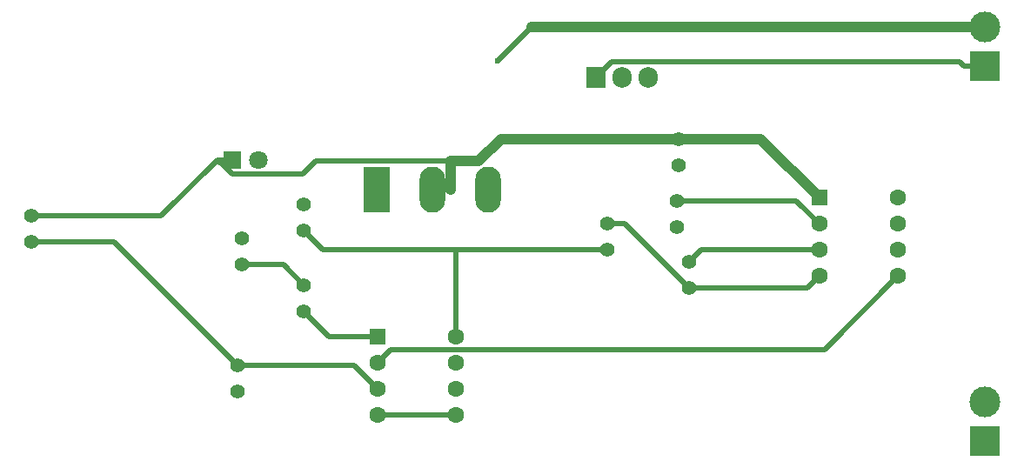
<source format=gbr>
%TF.GenerationSoftware,KiCad,Pcbnew,9.0.2-9.0.2-0~ubuntu24.04.1*%
%TF.CreationDate,2025-10-22T08:36:29+03:00*%
%TF.ProjectId,atlas-test-task,61746c61-732d-4746-9573-742d7461736b,rev?*%
%TF.SameCoordinates,Original*%
%TF.FileFunction,Copper,L1,Top*%
%TF.FilePolarity,Positive*%
%FSLAX46Y46*%
G04 Gerber Fmt 4.6, Leading zero omitted, Abs format (unit mm)*
G04 Created by KiCad (PCBNEW 9.0.2-9.0.2-0~ubuntu24.04.1) date 2025-10-22 08:36:29*
%MOMM*%
%LPD*%
G01*
G04 APERTURE LIST*
G04 Aperture macros list*
%AMRoundRect*
0 Rectangle with rounded corners*
0 $1 Rounding radius*
0 $2 $3 $4 $5 $6 $7 $8 $9 X,Y pos of 4 corners*
0 Add a 4 corners polygon primitive as box body*
4,1,4,$2,$3,$4,$5,$6,$7,$8,$9,$2,$3,0*
0 Add four circle primitives for the rounded corners*
1,1,$1+$1,$2,$3*
1,1,$1+$1,$4,$5*
1,1,$1+$1,$6,$7*
1,1,$1+$1,$8,$9*
0 Add four rect primitives between the rounded corners*
20,1,$1+$1,$2,$3,$4,$5,0*
20,1,$1+$1,$4,$5,$6,$7,0*
20,1,$1+$1,$6,$7,$8,$9,0*
20,1,$1+$1,$8,$9,$2,$3,0*%
G04 Aperture macros list end*
%TA.AperFunction,ComponentPad*%
%ADD10C,1.400000*%
%TD*%
%TA.AperFunction,ComponentPad*%
%ADD11R,3.000000X3.000000*%
%TD*%
%TA.AperFunction,ComponentPad*%
%ADD12C,3.000000*%
%TD*%
%TA.AperFunction,ComponentPad*%
%ADD13R,2.500000X4.500000*%
%TD*%
%TA.AperFunction,ComponentPad*%
%ADD14O,2.500000X4.500000*%
%TD*%
%TA.AperFunction,ComponentPad*%
%ADD15RoundRect,0.250000X-0.550000X-0.550000X0.550000X-0.550000X0.550000X0.550000X-0.550000X0.550000X0*%
%TD*%
%TA.AperFunction,ComponentPad*%
%ADD16C,1.600000*%
%TD*%
%TA.AperFunction,ComponentPad*%
%ADD17R,1.905000X2.000000*%
%TD*%
%TA.AperFunction,ComponentPad*%
%ADD18O,1.905000X2.000000*%
%TD*%
%TA.AperFunction,ComponentPad*%
%ADD19R,1.800000X1.800000*%
%TD*%
%TA.AperFunction,ComponentPad*%
%ADD20C,1.800000*%
%TD*%
%TA.AperFunction,ViaPad*%
%ADD21C,0.600000*%
%TD*%
%TA.AperFunction,Conductor*%
%ADD22C,1.000000*%
%TD*%
%TA.AperFunction,Conductor*%
%ADD23C,0.500000*%
%TD*%
G04 APERTURE END LIST*
D10*
%TO.P,R2,1*%
%TO.N,5v*%
X90460000Y-95850000D03*
%TO.P,R2,2*%
%TO.N,Net-(R2-Pad2)*%
X90460000Y-93310000D03*
%TD*%
%TO.P,R3,1*%
%TO.N,5v*%
X120000000Y-97720000D03*
%TO.P,R3,2*%
%TO.N,Net-(R3-Pad2)*%
X120000000Y-95180000D03*
%TD*%
D11*
%TO.P,J3,1,Pin_1*%
%TO.N,VCC*%
X156750000Y-79907500D03*
D12*
%TO.P,J3,2,Pin_2*%
%TO.N,Net-(J3-Pin_2)*%
X156750000Y-76027500D03*
%TD*%
D10*
%TO.P,R8,1*%
%TO.N,Net-(R2-Pad2)*%
X90500000Y-103720000D03*
%TO.P,R8,2*%
%TO.N,Net-(Q2-B)*%
X90500000Y-101180000D03*
%TD*%
%TO.P,R5,1*%
%TO.N,Net-(R4-Pad2)*%
X126780000Y-95500000D03*
%TO.P,R5,2*%
%TO.N,Net-(R5-Pad2)*%
X126780000Y-92960000D03*
%TD*%
%TO.P,R7,1*%
%TO.N,Net-(R5-Pad2)*%
X127000000Y-89500000D03*
%TO.P,R7,2*%
%TO.N,GND*%
X127000000Y-86960000D03*
%TD*%
D13*
%TO.P,Q2,1,B*%
%TO.N,Net-(Q2-B)*%
X97550000Y-91875000D03*
D14*
%TO.P,Q2,2,E*%
%TO.N,GND*%
X103000000Y-91875000D03*
%TO.P,Q2,3,C*%
%TO.N,Net-(J3-Pin_2)*%
X108450000Y-91875000D03*
%TD*%
D10*
%TO.P,R6,1*%
%TO.N,Net-(Q2-B)*%
X84500000Y-99220000D03*
%TO.P,R6,2*%
%TO.N,Net-(D1-A)*%
X84500000Y-96680000D03*
%TD*%
%TO.P,pt1000,1*%
%TO.N,Net-(U2A-+)*%
X64000000Y-97000000D03*
%TO.P,pt1000,2*%
%TO.N,GND*%
X64000000Y-94460000D03*
%TD*%
D15*
%TO.P,SW1,1*%
%TO.N,GND*%
X140695000Y-92702500D03*
D16*
%TO.P,SW1,2*%
%TO.N,Net-(R5-Pad2)*%
X140695000Y-95242500D03*
%TO.P,SW1,3*%
%TO.N,Net-(R4-Pad2)*%
X140695000Y-97782500D03*
%TO.P,SW1,4*%
%TO.N,Net-(R3-Pad2)*%
X140695000Y-100322500D03*
%TO.P,SW1,5*%
%TO.N,Net-(U2A--)*%
X148315000Y-100322500D03*
%TO.P,SW1,6*%
X148315000Y-97782500D03*
%TO.P,SW1,7*%
X148315000Y-95242500D03*
%TO.P,SW1,8*%
X148315000Y-92702500D03*
%TD*%
D10*
%TO.P,R1,1*%
%TO.N,5v*%
X84000000Y-111500000D03*
%TO.P,R1,2*%
%TO.N,Net-(U2A-+)*%
X84000000Y-108960000D03*
%TD*%
D15*
%TO.P,U2,1*%
%TO.N,Net-(R2-Pad2)*%
X97695000Y-106190000D03*
D16*
%TO.P,U2,2,-*%
%TO.N,Net-(U2A--)*%
X97695000Y-108730000D03*
%TO.P,U2,3,+*%
%TO.N,Net-(U2A-+)*%
X97695000Y-111270000D03*
%TO.P,U2,4,V-*%
%TO.N,GND*%
X97695000Y-113810000D03*
%TO.P,U2,5,+*%
X105315000Y-113810000D03*
%TO.P,U2,6,-*%
X105315000Y-111270000D03*
%TO.P,U2,7*%
%TO.N,unconnected-(U2-Pad7)*%
X105315000Y-108730000D03*
%TO.P,U2,8,V+*%
%TO.N,5v*%
X105315000Y-106190000D03*
%TD*%
D11*
%TO.P,J1,1,Pin_1*%
%TO.N,GND*%
X156750000Y-116407500D03*
D12*
%TO.P,J1,2,Pin_2*%
%TO.N,VCC*%
X156750000Y-112527500D03*
%TD*%
D17*
%TO.P,U1,1,VI*%
%TO.N,VCC*%
X118960000Y-80950000D03*
D18*
%TO.P,U1,2,GND*%
%TO.N,GND*%
X121500000Y-80950000D03*
%TO.P,U1,3,VO*%
%TO.N,5v*%
X124040000Y-80950000D03*
%TD*%
D19*
%TO.P,D1,1,K*%
%TO.N,GND*%
X83500000Y-89000000D03*
D20*
%TO.P,D1,2,A*%
%TO.N,Net-(D1-A)*%
X86040000Y-89000000D03*
%TD*%
D10*
%TO.P,R4,1*%
%TO.N,Net-(R3-Pad2)*%
X128000000Y-101500000D03*
%TO.P,R4,2*%
%TO.N,Net-(R4-Pad2)*%
X128000000Y-98960000D03*
%TD*%
D21*
%TO.N,Net-(J3-Pin_2)*%
X109347300Y-79327600D03*
%TD*%
D22*
%TO.N,GND*%
X140695000Y-92702500D02*
X134952500Y-86960000D01*
%TO.N,Net-(J3-Pin_2)*%
X112647400Y-76027500D02*
X156750000Y-76027500D01*
D23*
%TO.N,GND*%
X82100000Y-89000000D02*
X83506700Y-90406700D01*
X83506700Y-90406700D02*
X90374200Y-90406700D01*
D22*
X104750000Y-89112500D02*
X104750000Y-91875000D01*
D23*
X90374200Y-90406700D02*
X91668400Y-89112500D01*
X97695000Y-113810000D02*
X105315000Y-113810000D01*
D22*
X109665000Y-86960000D02*
X107512500Y-89112500D01*
D23*
X64000000Y-94480000D02*
X64000000Y-94500000D01*
X64000000Y-94460000D02*
X64000000Y-94480000D01*
X103000000Y-91875000D02*
X104750000Y-91875000D01*
X83500000Y-89000000D02*
X82100000Y-89000000D01*
X91668400Y-89112500D02*
X104750000Y-89112500D01*
D22*
X134952500Y-86960000D02*
X127000000Y-86960000D01*
X127000000Y-86960000D02*
X109665000Y-86960000D01*
X107512500Y-89112500D02*
X104750000Y-89112500D01*
D23*
X64000000Y-94480000D02*
X76620000Y-94480000D01*
X76620000Y-94480000D02*
X82100000Y-89000000D01*
%TO.N,VCC*%
X118960000Y-80950000D02*
X120463900Y-79446100D01*
X120463900Y-79446100D02*
X154288600Y-79446100D01*
X154288600Y-79446100D02*
X154750000Y-79907500D01*
X156750000Y-79907500D02*
X154750000Y-79907500D01*
%TO.N,Net-(J3-Pin_2)*%
X109347300Y-79327600D02*
X112647400Y-76027500D01*
X112647400Y-76027500D02*
X109347300Y-79327600D01*
X109347300Y-79327600D02*
X112647400Y-76027500D01*
%TO.N,Net-(Q2-B)*%
X88540000Y-99220000D02*
X90500000Y-101180000D01*
X84500000Y-99220000D02*
X88540000Y-99220000D01*
%TO.N,5v*%
X105315000Y-106190000D02*
X105315000Y-97720000D01*
X105315000Y-97720000D02*
X92330000Y-97720000D01*
X92330000Y-97720000D02*
X90460000Y-95850000D01*
X120000000Y-97720000D02*
X105315000Y-97720000D01*
%TO.N,Net-(U2A-+)*%
X84000000Y-108960000D02*
X95385000Y-108960000D01*
X84000000Y-108960000D02*
X72040000Y-97000000D01*
X72040000Y-97000000D02*
X64000000Y-97000000D01*
X95385000Y-108960000D02*
X97695000Y-111270000D01*
%TO.N,Net-(R3-Pad2)*%
X140695000Y-100322500D02*
X139517500Y-101500000D01*
X121680000Y-95180000D02*
X120000000Y-95180000D01*
X128000000Y-101500000D02*
X121680000Y-95180000D01*
X139517500Y-101500000D02*
X128000000Y-101500000D01*
%TO.N,Net-(R4-Pad2)*%
X140695000Y-97782500D02*
X129177500Y-97782500D01*
X129177500Y-97782500D02*
X128000000Y-98960000D01*
%TO.N,Net-(R5-Pad2)*%
X138412500Y-92960000D02*
X140695000Y-95242500D01*
X126780000Y-92960000D02*
X138412500Y-92960000D01*
%TO.N,Net-(R2-Pad2)*%
X97695000Y-106190000D02*
X92970000Y-106190000D01*
X92970000Y-106190000D02*
X90500000Y-103720000D01*
%TO.N,Net-(U2A--)*%
X97695000Y-108730000D02*
X98964900Y-107460100D01*
X98964900Y-107460100D02*
X141177400Y-107460100D01*
X141177400Y-107460100D02*
X148315000Y-100322500D01*
%TD*%
M02*

</source>
